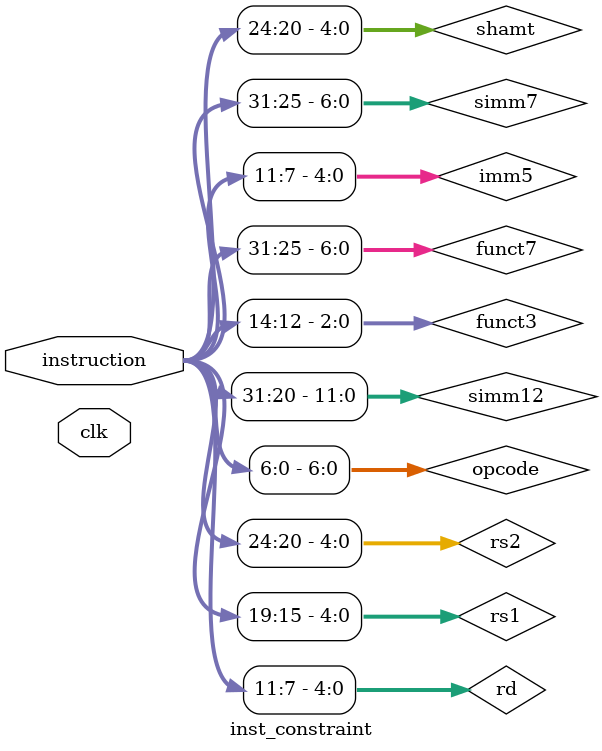
<source format=sv>

module inst_constraint(clk,
                       instruction);

   input        clk;
   input [31:0] instruction;


   wire [4:0] rd;
   wire [4:0]  rs1;
   wire [4:0]  rs2;
   wire [6:0]  opcode;
   wire [11:0] simm12;  // signed imm for I type or instructions using rd, rs1 only like LW
   wire [2:0] funct3;
   wire [6:0] funct7;
   wire [4:0] imm5;  // lower order imm bits for S type instruction
   wire [6:0] simm7; // higher order bits (including sign bits) of imm operand for S type instruction
   wire [4:0] shamt; // shift amount for immediate shift operations

   // R format alu instructions
   wire       ADD;
   wire       SUB;
   wire       SLL;
   wire       SLT;
   wire       SLTU;
   wire       XOR;
   wire       SRL;
   wire       SRA;
   wire       OR;
   wire       AND;
   wire       MUL;
   wire       MULH;
   wire       MULHSU;
   wire       MULHU;

   // I format alu instructions
   wire       ADDI;
   wire       SLTI;
   wire       SLTIU;
   wire       XORI;
   wire       ORI;
   wire       ANDI;
   wire       SLLI;
   wire       SRLI;
   wire       SRAI;

   // mem ops
   wire       LW;
   wire       SW;

   assign opcode = instruction[6:0];
   assign rd = instruction[11:7];
   assign rs1 = instruction[19:15];
   assign rs2 = instruction[24:20];
   assign simm12 = instruction[31:20];
   assign simm7 = instruction[31:25];
   assign imm5 = instruction[11:7];
   assign shamt = instruction[24:20];
   assign funct3 = instruction[14:12];
   assign funct7 = instruction[31:25];

   wire         FORMAT_R;
   assign FORMAT_R = ( (rd < 16) && (rs1 < 16) && (rs2 < 16));

   assign ADD = (FORMAT_R && (opcode == 7'b0110011) && (funct7 == 7'b0000000) && (funct3 == 3'b000));
   assign SUB = (FORMAT_R && (opcode == 7'b0110011) && (funct7 == 7'b0100000) && (funct3 == 3'b000));
   assign SLL = (FORMAT_R && (opcode == 7'b0110011) && (funct7 == 7'b0000000) && (funct3 == 3'b001));
   assign SLT = (FORMAT_R && (opcode == 7'b0110011) && (funct7 == 7'b0000000) && (funct3 == 3'b010));
   assign SLTU = (FORMAT_R && (opcode == 7'b0110011) && (funct7 == 7'b0000000) && (funct3 == 3'b011));
   assign XOR = (FORMAT_R && (opcode == 7'b0110011) && (funct7 == 7'b0000000) && (funct3 == 3'b100));
   assign SRL = (FORMAT_R && (opcode == 7'b0110011) && (funct7 == 7'b0000000) && (funct3 == 3'b101));
   assign SRA = (FORMAT_R && (opcode == 7'b0110011) && (funct7 == 7'b0100000) && (funct3 == 3'b101));
   assign OR = (FORMAT_R && (opcode == 7'b0110011) && (funct7 == 7'b0000000) && (funct3 == 3'b110));
   assign AND = (FORMAT_R && (opcode == 7'b0110011) && (funct7 == 7'b0000000) && (funct3 == 3'b111));

   assign MUL = (FORMAT_R && (opcode == 7'b0110011) && (funct7 == 7'b0000001) && (funct3 == 3'b000));
   assign MULH = (FORMAT_R && (opcode == 7'b0110011) && (funct7 == 7'b0000001) && (funct3 == 3'b001));
   assign MULHSU = (FORMAT_R && (opcode == 7'b0110011) && (funct7 == 7'b0000001) && (funct3 == 3'b010));
   assign MULHU = (FORMAT_R && (opcode == 7'b0110011) && (funct7 == 7'b0000001) && (funct3 == 3'b011));

   wire 	allowed_alu_R;
   assign allowed_alu_R = (ADD || SUB || SLL || SLT || SLTU || XOR || SRL || SRA || OR || AND || MUL || MULH || MULHSU || MULHU);

   wire         FORMAT_I;
   assign FORMAT_I = ( (rd < 16) && (rs1 < 16) );

   assign ADDI = (FORMAT_I && (opcode == 7'b0010011) && (funct3 == 3'b000));
   assign SLTI = (FORMAT_I && (opcode == 7'b0010011) && (funct3 == 3'b010));
   assign SLTIU = (FORMAT_I && (opcode == 7'b0010011) && (funct3 == 3'b011));
   assign XORI = (FORMAT_I && (opcode == 7'b0010011) && (funct3 == 3'b100));
   assign ORI = (FORMAT_I && (opcode == 7'b0010011) && (funct3 == 3'b110));
   assign ANDI = (FORMAT_I && (opcode == 7'b0010011) && (funct3 == 3'b111));
   assign SLLI = (FORMAT_I && (opcode == 7'b0010011) && (funct7 == 7'b0000000) && (funct3 == 3'b001));
   assign SRLI = (FORMAT_I && (opcode == 7'b0010011) && (funct7 == 7'b0000000) && (funct3 == 3'b101));
   assign SRAI = (FORMAT_I && (opcode == 7'b0010011) && (funct7 == 7'b0100000) && (funct3 == 3'b101));

   wire 	allowed_alu_I;
   assign allowed_alu_I = (ADDI || SLTI || SLTIU || XORI || ORI || ANDI || SLLI || SRLI || SRAI);

   // lw and sw constraints => to allow for finite memory instantiated in dmem by ridecore
   assign LW = ((rs1 == 5'b00000) && (rd < 16) && (opcode == 7'b0000011) && (funct3 == 3'b010) && (instruction[31:30] == 2'b00));
   assign SW = ((rs2 == 5'b00000) && (rs1 < 16) && (opcode == 7'b0100011) && (funct3 == 3'b010) && (instruction[31:30] == 2'b00));

   wire 	allowed_mem;
   assign allowed_mem = (LW || SW);

   // NOP to stall the fetch stage (stalling is done by making valid_instruction 0)
   wire 	NOP;
   assign NOP = (opcode == 7'b1111111);

   always @(posedge clk) begin
      assume property (allowed_alu_I | allowed_alu_R | allowed_mem | NOP);
   end

endmodule // inst_constraint

</source>
